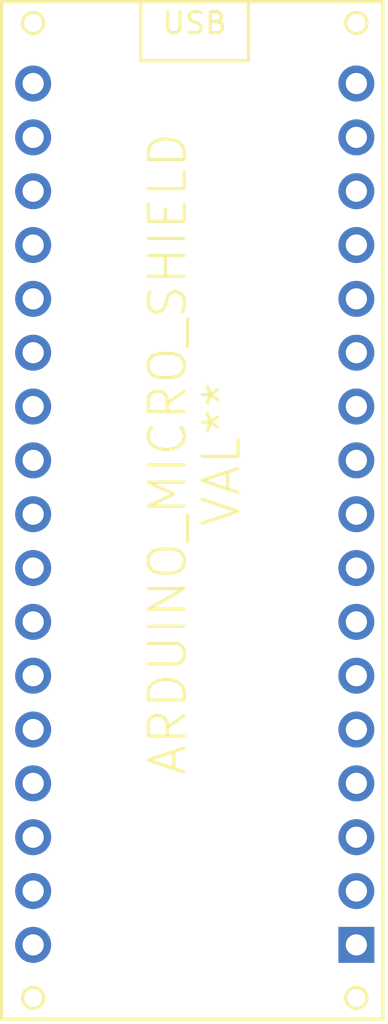
<source format=kicad_pcb>
(kicad_pcb (version 20211014) (generator pcbnew)
  (layers (0 "F.Cu" signal) (31 "B.Cu" signal) (34 "B.Paste" user) (35 "F.Paste" user) (36 "B.SilkS" user "B.Silkscreen") (37 "F.SilkS" user "F.Silkscreen") (38 "B.Mask" user) (39 "F.Mask" user) (44 "Edge.Cuts" user))
  (net 0 "")
  (footprint "Meca:ARDUINO_MICRO_SHIELD" (layer "F.Cu") (at 213.36 91.44 90)
    (fp_text reference "ARDUINO_MICRO_SHIELD" (at 26.67 -10.16 90) (layer "F.SilkS") (effects (font (size 1.7 1.7))))
    (fp_text value "VAL**" (at 26.67 -7.62 90) (layer "F.SilkS") (effects (font (size 1.7 1.7))))
    (fp_text user "USB" (at 46.99 -8.89) (layer "F.SilkS"))
    (fp_line (start 45.212 -11.43) (end 48.006 -11.43) (layer "F.SilkS") (width 0.15))
    (fp_line (start 48.006 -6.35) (end 45.212 -6.35) (layer "F.SilkS") (width 0.15))
    (fp_line (start 48 -18) (end 48 0) (layer "F.SilkS") (width 0.15))
    (fp_line (start 45.212 -6.35) (end 45.212 -11.43) (layer "F.SilkS") (width 0.15))
    (fp_line (start 48 0) (end 0 0) (layer "F.SilkS") (width 0.15))
    (fp_line (start 0 0) (end 0 -18) (layer "F.SilkS") (width 0.15))
    (fp_line (start 0 -18) (end 48 -18) (layer "F.SilkS") (width 0.15))
    (fp_circle (center 1 -16.51) (end 1.5 -16.51) (layer "F.SilkS") (width 0.15) (fill none))
    (fp_circle (center 1 -1.254) (end 1.5 -1.254) (layer "F.SilkS") (width 0.15) (fill none))
    (fp_circle (center 47 -16.51) (end 47.5 -16.51) (layer "F.SilkS") (width 0.15) (fill none))
    (fp_circle (center 47 -1.254) (end 47.5 -1.254) (layer "F.SilkS") (width 0.15) (fill none))
    (pad "2" thru_hole circle locked (at 18.74 -1.254 90) (size 1.7 1.7) (drill 1) (layers *.Cu *.Mask))
    (pad "3" thru_hole circle locked (at 21.28 -1.254 90) (size 1.7 1.7) (drill 1) (layers *.Cu *.Mask))
    (pad "3.3V" thru_hole circle locked (at 41.6 -16.51 90) (size 1.7 1.7) (drill 1) (layers *.Cu *.Mask))
    (pad "4" thru_hole circle locked (at 23.82 -1.254 90) (size 1.7 1.7) (drill 1) (layers *.Cu *.Mask))
    (pad "5" thru_hole circle locked (at 26.36 -1.254 90) (size 1.7 1.7) (drill 1) (layers *.Cu *.Mask))
    (pad "5V" thru_hole circle locked (at 16.2 -16.51 90) (size 1.7 1.7) (drill 1) (layers *.Cu *.Mask))
    (pad "6" thru_hole circle locked (at 28.9 -1.254 90) (size 1.7 1.7) (drill 1) (layers *.Cu *.Mask))
    (pad "7" thru_hole circle locked (at 31.44 -1.254 90) (size 1.7 1.7) (drill 1) (layers *.Cu *.Mask))
    (pad "8" thru_hole circle locked (at 33.98 -1.254 90) (size 1.7 1.7) (drill 1) (layers *.Cu *.Mask))
    (pad "9" thru_hole circle locked (at 36.52 -1.254 90) (size 1.7 1.7) (drill 1) (layers *.Cu *.Mask))
    (pad "10" thru_hole circle locked (at 39.06 -1.254 90) (size 1.7 1.7) (drill 1) (layers *.Cu *.Mask))
    (pad "11" thru_hole circle locked (at 41.6 -1.254 90) (size 1.7 1.7) (drill 1) (layers *.Cu *.Mask))
    (pad "12" thru_hole circle locked (at 44.14 -1.254 90) (size 1.7 1.7) (drill 1) (layers *.Cu *.Mask))
    (pad "13" thru_hole circle locked (at 44.14 -16.51 90) (size 1.7 1.7) (drill 1) (layers *.Cu *.Mask))
    (pad "A0" thru_hole circle locked (at 36.52 -16.51 90) (size 1.7 1.7) (drill 1) (layers *.Cu *.Mask))
    (pad "A1" thru_hole circle locked (at 33.98 -16.51 90) (size 1.7 1.7) (drill 1) (layers *.Cu *.Mask))
    (pad "A2" thru_hole circle locked (at 31.44 -16.51 90) (size 1.7 1.7) (drill 1) (layers *.Cu *.Mask))
    (pad "A3" thru_hole circle locked (at 28.9 -16.51 90) (size 1.7 1.7) (drill 1) (layers *.Cu *.Mask))
    (pad "A4" thru_hole circle locked (at 26.36 -16.51 90) (size 1.7 1.7) (drill 1) (layers *.Cu *.Mask))
    (pad "A5" thru_hole circle locked (at 23.82 -16.51 90) (size 1.7 1.7) (drill 1) (layers *.Cu *.Mask))
    (pad "AREF" thru_hole circle locked (at 39.06 -16.51 90) (size 1.7 1.7) (drill 1) (layers *.Cu *.Mask))
    (pad "GND" thru_hole circle locked (at 16.2 -1.254 90) (size 1.7 1.7) (drill 1) (layers *.Cu *.Mask))
    (pad "GND" thru_hole circle locked (at 11.12 -16.51 90) (size 1.7 1.7) (drill 1) (layers *.Cu *.Mask))
    (pad "MI" thru_hole circle locked (at 6.04 -16.51 90) (size 1.7 1.7) (drill 1) (layers *.Cu *.Mask))
    (pad "MO" thru_hole rect locked (at 3.5 -1.254 90) (size 1.7 1.7) (drill 1) (layers *.Cu *.Mask))
    (pad "NC" thru_hole circle locked (at 18.74 -16.51 90) (size 1.7 1.7) (drill 1) (layers *.Cu *.Mask))
    (pad "NC" thru_hole circle locked (at 21.28 -16.51 90) (size 1.7 1.7) (drill 1) (layers *.Cu *.Mask))
    (pad "RST" thru_hole circle locked (at 13.66 -1.254 90) (size 1.7 1.7) (drill 1) (layers *.Cu *.Mask))
    (pad "RST" thru_hole circle locked (at 13.66 -16.51 90) (size 1.7 1.7) (drill 1) (layers *.Cu *.Mask))
    (pad "RX" thru_hole circle locked (at 11.12 -1.254 90) (size 1.7 1.7) (drill 1) (layers *.Cu *.Mask))
    (pad "SCK" thru_hole circle locked (at 3.5 -16.51 90) (size 1.7 1.7) (drill 1) (layers *.Cu *.Mask))
    (pad "SS" thru_hole circle locked (at 6.04 -1.254 90) (size 1.7 1.7) (drill 1) (layers *.Cu *.Mask))
    (pad "TX" thru_hole circle locked (at 8.58 -1.254 90) (size 1.7 1.7) (drill 1) (layers *.Cu *.Mask))
    (pad "VI" thru_hole circle locked (at 8.58 -16.51 90) (size 1.7 1.7) (drill 1) (layers *.Cu *.Mask))
  )
)
</source>
